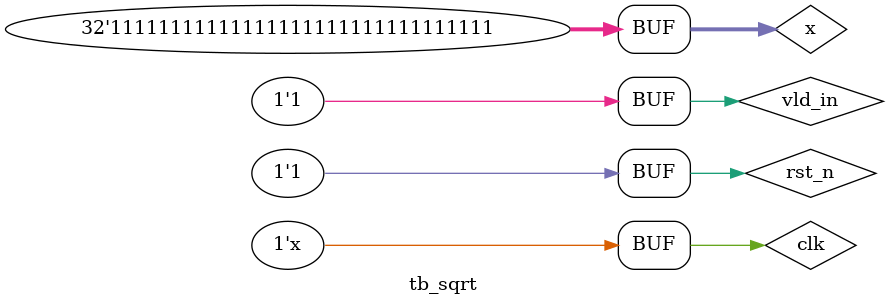
<source format=v>
module tb_sqrt ();
    
    reg clk,rst_n,vld_in;
    reg [31:0] x;
    wire vld_out;
    wire [15:0] y;
    
    sqrt_top ins_0(
        .clk(clk),
        .rst_n(rst_n),
        .vld_in(vld_in),
        .x(x),
        .vld_out(vld_out),
        .y(y)
    );
    
    always #5 clk <= ~clk;
    
    initial begin
        clk <= 1'b0;
        rst_n <= 1'b0;
        vld_in <= 1'b0;
        x <= 0;
        #20
        rst_n <= 1'b1;
        vld_in <= 1'b1;
        x <= 256;
        #10
        x <= 255;
        #10
        x <= 2147483648;
        #10
        x <= 4294967295;
    end

endmodule

</source>
